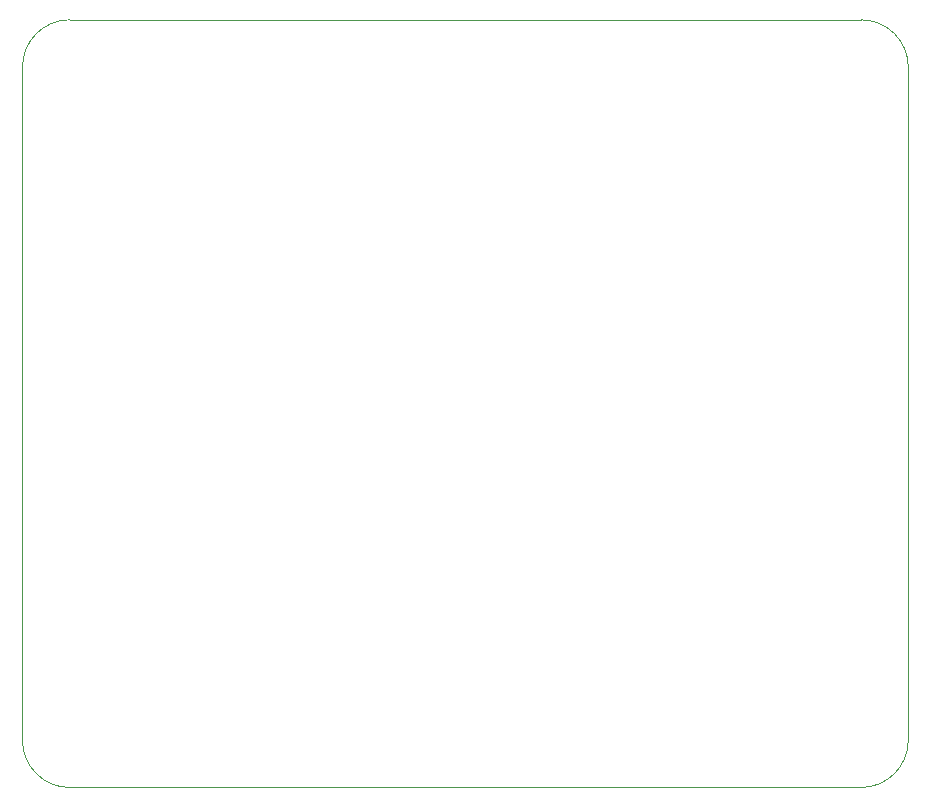
<source format=gm1>
%TF.GenerationSoftware,KiCad,Pcbnew,9.0.2+dfsg-1*%
%TF.CreationDate,2025-07-19T12:09:06+01:00*%
%TF.ProjectId,makita_aws_rx,6d616b69-7461-45f6-9177-735f72782e6b,rev?*%
%TF.SameCoordinates,Original*%
%TF.FileFunction,Profile,NP*%
%FSLAX46Y46*%
G04 Gerber Fmt 4.6, Leading zero omitted, Abs format (unit mm)*
G04 Created by KiCad (PCBNEW 9.0.2+dfsg-1) date 2025-07-19 12:09:06*
%MOMM*%
%LPD*%
G01*
G04 APERTURE LIST*
%TA.AperFunction,Profile*%
%ADD10C,0.050000*%
%TD*%
G04 APERTURE END LIST*
D10*
X230500000Y-52000000D02*
G75*
G02*
X234500000Y-56000000I0J-4000000D01*
G01*
X234500000Y-113000000D02*
G75*
G02*
X230500000Y-117000000I-4000000J0D01*
G01*
X163500000Y-52000000D02*
X230500000Y-52000000D01*
X159500000Y-113000000D02*
X159500000Y-56000000D01*
X230500000Y-117000000D02*
X163500000Y-117000000D01*
X159500000Y-56000000D02*
G75*
G02*
X163500000Y-52000000I4000000J0D01*
G01*
X163500000Y-117000000D02*
G75*
G02*
X159500000Y-113000000I0J4000000D01*
G01*
X234500000Y-56000000D02*
X234500000Y-113000000D01*
M02*

</source>
